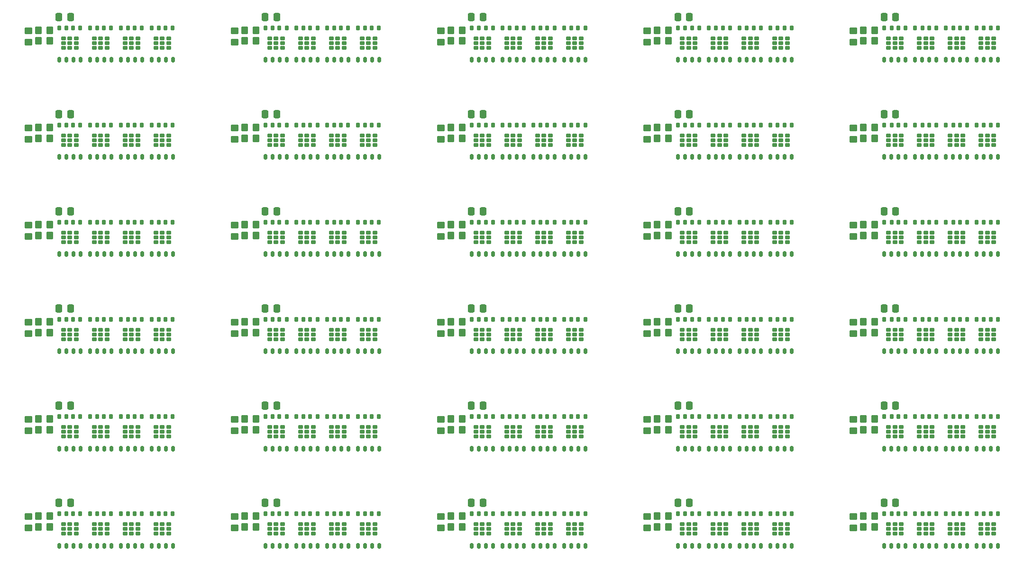
<source format=gbr>
%TF.GenerationSoftware,KiCad,Pcbnew,8.0.1*%
%TF.CreationDate,2024-05-29T13:53:08-05:00*%
%TF.ProjectId,eve PCB Project,65766520-5043-4422-9050-726f6a656374,rev?*%
%TF.SameCoordinates,Original*%
%TF.FileFunction,Paste,Bot*%
%TF.FilePolarity,Positive*%
%FSLAX46Y46*%
G04 Gerber Fmt 4.6, Leading zero omitted, Abs format (unit mm)*
G04 Created by KiCad (PCBNEW 8.0.1) date 2024-05-29 13:53:08*
%MOMM*%
%LPD*%
G01*
G04 APERTURE LIST*
G04 Aperture macros list*
%AMRoundRect*
0 Rectangle with rounded corners*
0 $1 Rounding radius*
0 $2 $3 $4 $5 $6 $7 $8 $9 X,Y pos of 4 corners*
0 Add a 4 corners polygon primitive as box body*
4,1,4,$2,$3,$4,$5,$6,$7,$8,$9,$2,$3,0*
0 Add four circle primitives for the rounded corners*
1,1,$1+$1,$2,$3*
1,1,$1+$1,$4,$5*
1,1,$1+$1,$6,$7*
1,1,$1+$1,$8,$9*
0 Add four rect primitives between the rounded corners*
20,1,$1+$1,$2,$3,$4,$5,0*
20,1,$1+$1,$4,$5,$6,$7,0*
20,1,$1+$1,$6,$7,$8,$9,0*
20,1,$1+$1,$8,$9,$2,$3,0*%
G04 Aperture macros list end*
%ADD10RoundRect,0.250000X0.350000X0.450000X-0.350000X0.450000X-0.350000X-0.450000X0.350000X-0.450000X0*%
%ADD11RoundRect,0.150000X0.300000X-0.150000X0.300000X0.150000X-0.300000X0.150000X-0.300000X-0.150000X0*%
%ADD12RoundRect,0.150000X0.150000X0.300000X-0.150000X0.300000X-0.150000X-0.300000X0.150000X-0.300000X0*%
%ADD13RoundRect,0.150000X0.150000X0.375000X-0.150000X0.375000X-0.150000X-0.375000X0.150000X-0.375000X0*%
%ADD14RoundRect,0.250000X0.450000X-0.350000X0.450000X0.350000X-0.450000X0.350000X-0.450000X-0.350000X0*%
%ADD15RoundRect,0.250000X0.337500X0.475000X-0.337500X0.475000X-0.337500X-0.475000X0.337500X-0.475000X0*%
G04 APERTURE END LIST*
D10*
%TO.C,R2*%
X55520000Y-138030000D03*
X53520000Y-138030000D03*
%TD*%
D11*
%TO.C,Q8*%
X142660000Y-121875000D03*
X143810000Y-121875000D03*
X144960000Y-121875000D03*
X142660000Y-121025000D03*
X143810000Y-121025000D03*
X144960000Y-121025000D03*
X142660000Y-120175000D03*
X143810000Y-120175000D03*
X144960000Y-120175000D03*
D12*
X141930000Y-118325000D03*
X143210000Y-118325000D03*
X144410000Y-118325000D03*
X145690000Y-118325000D03*
D13*
X145720000Y-124045000D03*
X144450000Y-124045000D03*
X143170000Y-124045000D03*
X141900000Y-124045000D03*
%TD*%
D11*
%TO.C,Q7*%
X63480000Y-87155000D03*
X64630000Y-87155000D03*
X65780000Y-87155000D03*
X63480000Y-86305000D03*
X64630000Y-86305000D03*
X65780000Y-86305000D03*
X63480000Y-85455000D03*
X64630000Y-85455000D03*
X65780000Y-85455000D03*
D12*
X62750000Y-83605000D03*
X64030000Y-83605000D03*
X65230000Y-83605000D03*
X66510000Y-83605000D03*
D13*
X66540000Y-89325000D03*
X65270000Y-89325000D03*
X63990000Y-89325000D03*
X62720000Y-89325000D03*
%TD*%
D14*
%TO.C,R1*%
X162240000Y-51410000D03*
X162240000Y-49410000D03*
%TD*%
D10*
%TO.C,R2*%
X92360000Y-138030000D03*
X90360000Y-138030000D03*
%TD*%
D14*
%TO.C,R1*%
X51720000Y-86130000D03*
X51720000Y-84130000D03*
%TD*%
D10*
%TO.C,R3*%
X202880000Y-136130000D03*
X200880000Y-136130000D03*
%TD*%
D11*
%TO.C,Q7*%
X174000000Y-69795000D03*
X175150000Y-69795000D03*
X176300000Y-69795000D03*
X174000000Y-68945000D03*
X175150000Y-68945000D03*
X176300000Y-68945000D03*
X174000000Y-68095000D03*
X175150000Y-68095000D03*
X176300000Y-68095000D03*
D12*
X173270000Y-66245000D03*
X174550000Y-66245000D03*
X175750000Y-66245000D03*
X177030000Y-66245000D03*
D13*
X177060000Y-71965000D03*
X175790000Y-71965000D03*
X174510000Y-71965000D03*
X173240000Y-71965000D03*
%TD*%
D11*
%TO.C,Q6*%
X131660000Y-139235000D03*
X132810000Y-139235000D03*
X133960000Y-139235000D03*
X131660000Y-138385000D03*
X132810000Y-138385000D03*
X133960000Y-138385000D03*
X131660000Y-137535000D03*
X132810000Y-137535000D03*
X133960000Y-137535000D03*
D12*
X130930000Y-135685000D03*
X132210000Y-135685000D03*
X133410000Y-135685000D03*
X134690000Y-135685000D03*
D13*
X134720000Y-141405000D03*
X133450000Y-141405000D03*
X132170000Y-141405000D03*
X130900000Y-141405000D03*
%TD*%
D14*
%TO.C,R1*%
X199080000Y-103490000D03*
X199080000Y-101490000D03*
%TD*%
%TO.C,R1*%
X51720000Y-103490000D03*
X51720000Y-101490000D03*
%TD*%
D11*
%TO.C,Q8*%
X105820000Y-87155000D03*
X106970000Y-87155000D03*
X108120000Y-87155000D03*
X105820000Y-86305000D03*
X106970000Y-86305000D03*
X108120000Y-86305000D03*
X105820000Y-85455000D03*
X106970000Y-85455000D03*
X108120000Y-85455000D03*
D12*
X105090000Y-83605000D03*
X106370000Y-83605000D03*
X107570000Y-83605000D03*
X108850000Y-83605000D03*
D13*
X108880000Y-89325000D03*
X107610000Y-89325000D03*
X106330000Y-89325000D03*
X105060000Y-89325000D03*
%TD*%
D10*
%TO.C,R3*%
X55520000Y-49330000D03*
X53520000Y-49330000D03*
%TD*%
D11*
%TO.C,Q6*%
X94820000Y-52435000D03*
X95970000Y-52435000D03*
X97120000Y-52435000D03*
X94820000Y-51585000D03*
X95970000Y-51585000D03*
X97120000Y-51585000D03*
X94820000Y-50735000D03*
X95970000Y-50735000D03*
X97120000Y-50735000D03*
D12*
X94090000Y-48885000D03*
X95370000Y-48885000D03*
X96570000Y-48885000D03*
X97850000Y-48885000D03*
D13*
X97880000Y-54605000D03*
X96610000Y-54605000D03*
X95330000Y-54605000D03*
X94060000Y-54605000D03*
%TD*%
D10*
%TO.C,R3*%
X166040000Y-118770000D03*
X164040000Y-118770000D03*
%TD*%
D14*
%TO.C,R1*%
X125400000Y-51410000D03*
X125400000Y-49410000D03*
%TD*%
%TO.C,R1*%
X125400000Y-68770000D03*
X125400000Y-66770000D03*
%TD*%
D11*
%TO.C,Q7*%
X100320000Y-69795000D03*
X101470000Y-69795000D03*
X102620000Y-69795000D03*
X100320000Y-68945000D03*
X101470000Y-68945000D03*
X102620000Y-68945000D03*
X100320000Y-68095000D03*
X101470000Y-68095000D03*
X102620000Y-68095000D03*
D12*
X99590000Y-66245000D03*
X100870000Y-66245000D03*
X102070000Y-66245000D03*
X103350000Y-66245000D03*
D13*
X103380000Y-71965000D03*
X102110000Y-71965000D03*
X100830000Y-71965000D03*
X99560000Y-71965000D03*
%TD*%
D14*
%TO.C,R1*%
X162240000Y-86130000D03*
X162240000Y-84130000D03*
%TD*%
D11*
%TO.C,Q5*%
X221840000Y-121875000D03*
X222990000Y-121875000D03*
X224140000Y-121875000D03*
X221840000Y-121025000D03*
X222990000Y-121025000D03*
X224140000Y-121025000D03*
X221840000Y-120175000D03*
X222990000Y-120175000D03*
X224140000Y-120175000D03*
D12*
X221110000Y-118325000D03*
X222390000Y-118325000D03*
X223590000Y-118325000D03*
X224870000Y-118325000D03*
D13*
X224900000Y-124045000D03*
X223630000Y-124045000D03*
X222350000Y-124045000D03*
X221080000Y-124045000D03*
%TD*%
D11*
%TO.C,Q8*%
X216340000Y-69795000D03*
X217490000Y-69795000D03*
X218640000Y-69795000D03*
X216340000Y-68945000D03*
X217490000Y-68945000D03*
X218640000Y-68945000D03*
X216340000Y-68095000D03*
X217490000Y-68095000D03*
X218640000Y-68095000D03*
D12*
X215610000Y-66245000D03*
X216890000Y-66245000D03*
X218090000Y-66245000D03*
X219370000Y-66245000D03*
D13*
X219400000Y-71965000D03*
X218130000Y-71965000D03*
X216850000Y-71965000D03*
X215580000Y-71965000D03*
%TD*%
D11*
%TO.C,Q6*%
X94820000Y-69795000D03*
X95970000Y-69795000D03*
X97120000Y-69795000D03*
X94820000Y-68945000D03*
X95970000Y-68945000D03*
X97120000Y-68945000D03*
X94820000Y-68095000D03*
X95970000Y-68095000D03*
X97120000Y-68095000D03*
D12*
X94090000Y-66245000D03*
X95370000Y-66245000D03*
X96570000Y-66245000D03*
X97850000Y-66245000D03*
D13*
X97880000Y-71965000D03*
X96610000Y-71965000D03*
X95330000Y-71965000D03*
X94060000Y-71965000D03*
%TD*%
D10*
%TO.C,R2*%
X166040000Y-120670000D03*
X164040000Y-120670000D03*
%TD*%
D11*
%TO.C,Q8*%
X216340000Y-121875000D03*
X217490000Y-121875000D03*
X218640000Y-121875000D03*
X216340000Y-121025000D03*
X217490000Y-121025000D03*
X218640000Y-121025000D03*
X216340000Y-120175000D03*
X217490000Y-120175000D03*
X218640000Y-120175000D03*
D12*
X215610000Y-118325000D03*
X216890000Y-118325000D03*
X218090000Y-118325000D03*
X219370000Y-118325000D03*
D13*
X219400000Y-124045000D03*
X218130000Y-124045000D03*
X216850000Y-124045000D03*
X215580000Y-124045000D03*
%TD*%
D11*
%TO.C,Q7*%
X210840000Y-104515000D03*
X211990000Y-104515000D03*
X213140000Y-104515000D03*
X210840000Y-103665000D03*
X211990000Y-103665000D03*
X213140000Y-103665000D03*
X210840000Y-102815000D03*
X211990000Y-102815000D03*
X213140000Y-102815000D03*
D12*
X210110000Y-100965000D03*
X211390000Y-100965000D03*
X212590000Y-100965000D03*
X213870000Y-100965000D03*
D13*
X213900000Y-106685000D03*
X212630000Y-106685000D03*
X211350000Y-106685000D03*
X210080000Y-106685000D03*
%TD*%
D10*
%TO.C,R3*%
X202880000Y-66690000D03*
X200880000Y-66690000D03*
%TD*%
D11*
%TO.C,Q8*%
X179500000Y-87155000D03*
X180650000Y-87155000D03*
X181800000Y-87155000D03*
X179500000Y-86305000D03*
X180650000Y-86305000D03*
X181800000Y-86305000D03*
X179500000Y-85455000D03*
X180650000Y-85455000D03*
X181800000Y-85455000D03*
D12*
X178770000Y-83605000D03*
X180050000Y-83605000D03*
X181250000Y-83605000D03*
X182530000Y-83605000D03*
D13*
X182560000Y-89325000D03*
X181290000Y-89325000D03*
X180010000Y-89325000D03*
X178740000Y-89325000D03*
%TD*%
D10*
%TO.C,R2*%
X202880000Y-51230000D03*
X200880000Y-51230000D03*
%TD*%
%TO.C,R3*%
X166040000Y-84050000D03*
X164040000Y-84050000D03*
%TD*%
D15*
%TO.C,C1*%
X169780000Y-81700000D03*
X167705000Y-81700000D03*
%TD*%
D10*
%TO.C,R2*%
X55520000Y-51230000D03*
X53520000Y-51230000D03*
%TD*%
D11*
%TO.C,Q6*%
X205340000Y-104515000D03*
X206490000Y-104515000D03*
X207640000Y-104515000D03*
X205340000Y-103665000D03*
X206490000Y-103665000D03*
X207640000Y-103665000D03*
X205340000Y-102815000D03*
X206490000Y-102815000D03*
X207640000Y-102815000D03*
D12*
X204610000Y-100965000D03*
X205890000Y-100965000D03*
X207090000Y-100965000D03*
X208370000Y-100965000D03*
D13*
X208400000Y-106685000D03*
X207130000Y-106685000D03*
X205850000Y-106685000D03*
X204580000Y-106685000D03*
%TD*%
D15*
%TO.C,C1*%
X96100000Y-64340000D03*
X94025000Y-64340000D03*
%TD*%
D11*
%TO.C,Q7*%
X100320000Y-121875000D03*
X101470000Y-121875000D03*
X102620000Y-121875000D03*
X100320000Y-121025000D03*
X101470000Y-121025000D03*
X102620000Y-121025000D03*
X100320000Y-120175000D03*
X101470000Y-120175000D03*
X102620000Y-120175000D03*
D12*
X99590000Y-118325000D03*
X100870000Y-118325000D03*
X102070000Y-118325000D03*
X103350000Y-118325000D03*
D13*
X103380000Y-124045000D03*
X102110000Y-124045000D03*
X100830000Y-124045000D03*
X99560000Y-124045000D03*
%TD*%
D10*
%TO.C,R2*%
X92360000Y-85950000D03*
X90360000Y-85950000D03*
%TD*%
D11*
%TO.C,Q6*%
X131660000Y-121875000D03*
X132810000Y-121875000D03*
X133960000Y-121875000D03*
X131660000Y-121025000D03*
X132810000Y-121025000D03*
X133960000Y-121025000D03*
X131660000Y-120175000D03*
X132810000Y-120175000D03*
X133960000Y-120175000D03*
D12*
X130930000Y-118325000D03*
X132210000Y-118325000D03*
X133410000Y-118325000D03*
X134690000Y-118325000D03*
D13*
X134720000Y-124045000D03*
X133450000Y-124045000D03*
X132170000Y-124045000D03*
X130900000Y-124045000D03*
%TD*%
D11*
%TO.C,Q7*%
X137160000Y-121875000D03*
X138310000Y-121875000D03*
X139460000Y-121875000D03*
X137160000Y-121025000D03*
X138310000Y-121025000D03*
X139460000Y-121025000D03*
X137160000Y-120175000D03*
X138310000Y-120175000D03*
X139460000Y-120175000D03*
D12*
X136430000Y-118325000D03*
X137710000Y-118325000D03*
X138910000Y-118325000D03*
X140190000Y-118325000D03*
D13*
X140220000Y-124045000D03*
X138950000Y-124045000D03*
X137670000Y-124045000D03*
X136400000Y-124045000D03*
%TD*%
D10*
%TO.C,R3*%
X92360000Y-101410000D03*
X90360000Y-101410000D03*
%TD*%
D11*
%TO.C,Q5*%
X221840000Y-69795000D03*
X222990000Y-69795000D03*
X224140000Y-69795000D03*
X221840000Y-68945000D03*
X222990000Y-68945000D03*
X224140000Y-68945000D03*
X221840000Y-68095000D03*
X222990000Y-68095000D03*
X224140000Y-68095000D03*
D12*
X221110000Y-66245000D03*
X222390000Y-66245000D03*
X223590000Y-66245000D03*
X224870000Y-66245000D03*
D13*
X224900000Y-71965000D03*
X223630000Y-71965000D03*
X222350000Y-71965000D03*
X221080000Y-71965000D03*
%TD*%
D10*
%TO.C,R2*%
X55520000Y-85950000D03*
X53520000Y-85950000D03*
%TD*%
D15*
%TO.C,C1*%
X132940000Y-46980000D03*
X130865000Y-46980000D03*
%TD*%
D11*
%TO.C,Q8*%
X105820000Y-52435000D03*
X106970000Y-52435000D03*
X108120000Y-52435000D03*
X105820000Y-51585000D03*
X106970000Y-51585000D03*
X108120000Y-51585000D03*
X105820000Y-50735000D03*
X106970000Y-50735000D03*
X108120000Y-50735000D03*
D12*
X105090000Y-48885000D03*
X106370000Y-48885000D03*
X107570000Y-48885000D03*
X108850000Y-48885000D03*
D13*
X108880000Y-54605000D03*
X107610000Y-54605000D03*
X106330000Y-54605000D03*
X105060000Y-54605000D03*
%TD*%
D10*
%TO.C,R2*%
X202880000Y-68590000D03*
X200880000Y-68590000D03*
%TD*%
%TO.C,R3*%
X166040000Y-101410000D03*
X164040000Y-101410000D03*
%TD*%
D11*
%TO.C,Q7*%
X210840000Y-139235000D03*
X211990000Y-139235000D03*
X213140000Y-139235000D03*
X210840000Y-138385000D03*
X211990000Y-138385000D03*
X213140000Y-138385000D03*
X210840000Y-137535000D03*
X211990000Y-137535000D03*
X213140000Y-137535000D03*
D12*
X210110000Y-135685000D03*
X211390000Y-135685000D03*
X212590000Y-135685000D03*
X213870000Y-135685000D03*
D13*
X213900000Y-141405000D03*
X212630000Y-141405000D03*
X211350000Y-141405000D03*
X210080000Y-141405000D03*
%TD*%
D15*
%TO.C,C1*%
X96100000Y-99060000D03*
X94025000Y-99060000D03*
%TD*%
D11*
%TO.C,Q5*%
X111320000Y-104515000D03*
X112470000Y-104515000D03*
X113620000Y-104515000D03*
X111320000Y-103665000D03*
X112470000Y-103665000D03*
X113620000Y-103665000D03*
X111320000Y-102815000D03*
X112470000Y-102815000D03*
X113620000Y-102815000D03*
D12*
X110590000Y-100965000D03*
X111870000Y-100965000D03*
X113070000Y-100965000D03*
X114350000Y-100965000D03*
D13*
X114380000Y-106685000D03*
X113110000Y-106685000D03*
X111830000Y-106685000D03*
X110560000Y-106685000D03*
%TD*%
D10*
%TO.C,R3*%
X202880000Y-118770000D03*
X200880000Y-118770000D03*
%TD*%
D15*
%TO.C,C1*%
X169780000Y-116420000D03*
X167705000Y-116420000D03*
%TD*%
D10*
%TO.C,R3*%
X92360000Y-118770000D03*
X90360000Y-118770000D03*
%TD*%
D11*
%TO.C,Q8*%
X142660000Y-69795000D03*
X143810000Y-69795000D03*
X144960000Y-69795000D03*
X142660000Y-68945000D03*
X143810000Y-68945000D03*
X144960000Y-68945000D03*
X142660000Y-68095000D03*
X143810000Y-68095000D03*
X144960000Y-68095000D03*
D12*
X141930000Y-66245000D03*
X143210000Y-66245000D03*
X144410000Y-66245000D03*
X145690000Y-66245000D03*
D13*
X145720000Y-71965000D03*
X144450000Y-71965000D03*
X143170000Y-71965000D03*
X141900000Y-71965000D03*
%TD*%
D11*
%TO.C,Q6*%
X57980000Y-121875000D03*
X59130000Y-121875000D03*
X60280000Y-121875000D03*
X57980000Y-121025000D03*
X59130000Y-121025000D03*
X60280000Y-121025000D03*
X57980000Y-120175000D03*
X59130000Y-120175000D03*
X60280000Y-120175000D03*
D12*
X57250000Y-118325000D03*
X58530000Y-118325000D03*
X59730000Y-118325000D03*
X61010000Y-118325000D03*
D13*
X61040000Y-124045000D03*
X59770000Y-124045000D03*
X58490000Y-124045000D03*
X57220000Y-124045000D03*
%TD*%
D11*
%TO.C,Q7*%
X174000000Y-87155000D03*
X175150000Y-87155000D03*
X176300000Y-87155000D03*
X174000000Y-86305000D03*
X175150000Y-86305000D03*
X176300000Y-86305000D03*
X174000000Y-85455000D03*
X175150000Y-85455000D03*
X176300000Y-85455000D03*
D12*
X173270000Y-83605000D03*
X174550000Y-83605000D03*
X175750000Y-83605000D03*
X177030000Y-83605000D03*
D13*
X177060000Y-89325000D03*
X175790000Y-89325000D03*
X174510000Y-89325000D03*
X173240000Y-89325000D03*
%TD*%
D11*
%TO.C,Q6*%
X94820000Y-121875000D03*
X95970000Y-121875000D03*
X97120000Y-121875000D03*
X94820000Y-121025000D03*
X95970000Y-121025000D03*
X97120000Y-121025000D03*
X94820000Y-120175000D03*
X95970000Y-120175000D03*
X97120000Y-120175000D03*
D12*
X94090000Y-118325000D03*
X95370000Y-118325000D03*
X96570000Y-118325000D03*
X97850000Y-118325000D03*
D13*
X97880000Y-124045000D03*
X96610000Y-124045000D03*
X95330000Y-124045000D03*
X94060000Y-124045000D03*
%TD*%
D11*
%TO.C,Q5*%
X111320000Y-87155000D03*
X112470000Y-87155000D03*
X113620000Y-87155000D03*
X111320000Y-86305000D03*
X112470000Y-86305000D03*
X113620000Y-86305000D03*
X111320000Y-85455000D03*
X112470000Y-85455000D03*
X113620000Y-85455000D03*
D12*
X110590000Y-83605000D03*
X111870000Y-83605000D03*
X113070000Y-83605000D03*
X114350000Y-83605000D03*
D13*
X114380000Y-89325000D03*
X113110000Y-89325000D03*
X111830000Y-89325000D03*
X110560000Y-89325000D03*
%TD*%
D10*
%TO.C,R3*%
X129200000Y-136130000D03*
X127200000Y-136130000D03*
%TD*%
D11*
%TO.C,Q5*%
X148160000Y-104515000D03*
X149310000Y-104515000D03*
X150460000Y-104515000D03*
X148160000Y-103665000D03*
X149310000Y-103665000D03*
X150460000Y-103665000D03*
X148160000Y-102815000D03*
X149310000Y-102815000D03*
X150460000Y-102815000D03*
D12*
X147430000Y-100965000D03*
X148710000Y-100965000D03*
X149910000Y-100965000D03*
X151190000Y-100965000D03*
D13*
X151220000Y-106685000D03*
X149950000Y-106685000D03*
X148670000Y-106685000D03*
X147400000Y-106685000D03*
%TD*%
D10*
%TO.C,R2*%
X129200000Y-138030000D03*
X127200000Y-138030000D03*
%TD*%
D11*
%TO.C,Q5*%
X74480000Y-52435000D03*
X75630000Y-52435000D03*
X76780000Y-52435000D03*
X74480000Y-51585000D03*
X75630000Y-51585000D03*
X76780000Y-51585000D03*
X74480000Y-50735000D03*
X75630000Y-50735000D03*
X76780000Y-50735000D03*
D12*
X73750000Y-48885000D03*
X75030000Y-48885000D03*
X76230000Y-48885000D03*
X77510000Y-48885000D03*
D13*
X77540000Y-54605000D03*
X76270000Y-54605000D03*
X74990000Y-54605000D03*
X73720000Y-54605000D03*
%TD*%
D11*
%TO.C,Q8*%
X68980000Y-104515000D03*
X70130000Y-104515000D03*
X71280000Y-104515000D03*
X68980000Y-103665000D03*
X70130000Y-103665000D03*
X71280000Y-103665000D03*
X68980000Y-102815000D03*
X70130000Y-102815000D03*
X71280000Y-102815000D03*
D12*
X68250000Y-100965000D03*
X69530000Y-100965000D03*
X70730000Y-100965000D03*
X72010000Y-100965000D03*
D13*
X72040000Y-106685000D03*
X70770000Y-106685000D03*
X69490000Y-106685000D03*
X68220000Y-106685000D03*
%TD*%
D14*
%TO.C,R1*%
X199080000Y-51410000D03*
X199080000Y-49410000D03*
%TD*%
D11*
%TO.C,Q8*%
X179500000Y-104515000D03*
X180650000Y-104515000D03*
X181800000Y-104515000D03*
X179500000Y-103665000D03*
X180650000Y-103665000D03*
X181800000Y-103665000D03*
X179500000Y-102815000D03*
X180650000Y-102815000D03*
X181800000Y-102815000D03*
D12*
X178770000Y-100965000D03*
X180050000Y-100965000D03*
X181250000Y-100965000D03*
X182530000Y-100965000D03*
D13*
X182560000Y-106685000D03*
X181290000Y-106685000D03*
X180010000Y-106685000D03*
X178740000Y-106685000D03*
%TD*%
D11*
%TO.C,Q8*%
X216340000Y-52435000D03*
X217490000Y-52435000D03*
X218640000Y-52435000D03*
X216340000Y-51585000D03*
X217490000Y-51585000D03*
X218640000Y-51585000D03*
X216340000Y-50735000D03*
X217490000Y-50735000D03*
X218640000Y-50735000D03*
D12*
X215610000Y-48885000D03*
X216890000Y-48885000D03*
X218090000Y-48885000D03*
X219370000Y-48885000D03*
D13*
X219400000Y-54605000D03*
X218130000Y-54605000D03*
X216850000Y-54605000D03*
X215580000Y-54605000D03*
%TD*%
D11*
%TO.C,Q5*%
X111320000Y-52435000D03*
X112470000Y-52435000D03*
X113620000Y-52435000D03*
X111320000Y-51585000D03*
X112470000Y-51585000D03*
X113620000Y-51585000D03*
X111320000Y-50735000D03*
X112470000Y-50735000D03*
X113620000Y-50735000D03*
D12*
X110590000Y-48885000D03*
X111870000Y-48885000D03*
X113070000Y-48885000D03*
X114350000Y-48885000D03*
D13*
X114380000Y-54605000D03*
X113110000Y-54605000D03*
X111830000Y-54605000D03*
X110560000Y-54605000D03*
%TD*%
D11*
%TO.C,Q8*%
X179500000Y-139235000D03*
X180650000Y-139235000D03*
X181800000Y-139235000D03*
X179500000Y-138385000D03*
X180650000Y-138385000D03*
X181800000Y-138385000D03*
X179500000Y-137535000D03*
X180650000Y-137535000D03*
X181800000Y-137535000D03*
D12*
X178770000Y-135685000D03*
X180050000Y-135685000D03*
X181250000Y-135685000D03*
X182530000Y-135685000D03*
D13*
X182560000Y-141405000D03*
X181290000Y-141405000D03*
X180010000Y-141405000D03*
X178740000Y-141405000D03*
%TD*%
D15*
%TO.C,C1*%
X59260000Y-116420000D03*
X57185000Y-116420000D03*
%TD*%
D11*
%TO.C,Q5*%
X221840000Y-104515000D03*
X222990000Y-104515000D03*
X224140000Y-104515000D03*
X221840000Y-103665000D03*
X222990000Y-103665000D03*
X224140000Y-103665000D03*
X221840000Y-102815000D03*
X222990000Y-102815000D03*
X224140000Y-102815000D03*
D12*
X221110000Y-100965000D03*
X222390000Y-100965000D03*
X223590000Y-100965000D03*
X224870000Y-100965000D03*
D13*
X224900000Y-106685000D03*
X223630000Y-106685000D03*
X222350000Y-106685000D03*
X221080000Y-106685000D03*
%TD*%
D14*
%TO.C,R1*%
X88560000Y-138210000D03*
X88560000Y-136210000D03*
%TD*%
D11*
%TO.C,Q7*%
X174000000Y-52435000D03*
X175150000Y-52435000D03*
X176300000Y-52435000D03*
X174000000Y-51585000D03*
X175150000Y-51585000D03*
X176300000Y-51585000D03*
X174000000Y-50735000D03*
X175150000Y-50735000D03*
X176300000Y-50735000D03*
D12*
X173270000Y-48885000D03*
X174550000Y-48885000D03*
X175750000Y-48885000D03*
X177030000Y-48885000D03*
D13*
X177060000Y-54605000D03*
X175790000Y-54605000D03*
X174510000Y-54605000D03*
X173240000Y-54605000D03*
%TD*%
D11*
%TO.C,Q7*%
X174000000Y-104515000D03*
X175150000Y-104515000D03*
X176300000Y-104515000D03*
X174000000Y-103665000D03*
X175150000Y-103665000D03*
X176300000Y-103665000D03*
X174000000Y-102815000D03*
X175150000Y-102815000D03*
X176300000Y-102815000D03*
D12*
X173270000Y-100965000D03*
X174550000Y-100965000D03*
X175750000Y-100965000D03*
X177030000Y-100965000D03*
D13*
X177060000Y-106685000D03*
X175790000Y-106685000D03*
X174510000Y-106685000D03*
X173240000Y-106685000D03*
%TD*%
D14*
%TO.C,R1*%
X162240000Y-68770000D03*
X162240000Y-66770000D03*
%TD*%
D11*
%TO.C,Q6*%
X205340000Y-87155000D03*
X206490000Y-87155000D03*
X207640000Y-87155000D03*
X205340000Y-86305000D03*
X206490000Y-86305000D03*
X207640000Y-86305000D03*
X205340000Y-85455000D03*
X206490000Y-85455000D03*
X207640000Y-85455000D03*
D12*
X204610000Y-83605000D03*
X205890000Y-83605000D03*
X207090000Y-83605000D03*
X208370000Y-83605000D03*
D13*
X208400000Y-89325000D03*
X207130000Y-89325000D03*
X205850000Y-89325000D03*
X204580000Y-89325000D03*
%TD*%
D11*
%TO.C,Q7*%
X137160000Y-69795000D03*
X138310000Y-69795000D03*
X139460000Y-69795000D03*
X137160000Y-68945000D03*
X138310000Y-68945000D03*
X139460000Y-68945000D03*
X137160000Y-68095000D03*
X138310000Y-68095000D03*
X139460000Y-68095000D03*
D12*
X136430000Y-66245000D03*
X137710000Y-66245000D03*
X138910000Y-66245000D03*
X140190000Y-66245000D03*
D13*
X140220000Y-71965000D03*
X138950000Y-71965000D03*
X137670000Y-71965000D03*
X136400000Y-71965000D03*
%TD*%
D11*
%TO.C,Q5*%
X111320000Y-121875000D03*
X112470000Y-121875000D03*
X113620000Y-121875000D03*
X111320000Y-121025000D03*
X112470000Y-121025000D03*
X113620000Y-121025000D03*
X111320000Y-120175000D03*
X112470000Y-120175000D03*
X113620000Y-120175000D03*
D12*
X110590000Y-118325000D03*
X111870000Y-118325000D03*
X113070000Y-118325000D03*
X114350000Y-118325000D03*
D13*
X114380000Y-124045000D03*
X113110000Y-124045000D03*
X111830000Y-124045000D03*
X110560000Y-124045000D03*
%TD*%
D11*
%TO.C,Q5*%
X74480000Y-104515000D03*
X75630000Y-104515000D03*
X76780000Y-104515000D03*
X74480000Y-103665000D03*
X75630000Y-103665000D03*
X76780000Y-103665000D03*
X74480000Y-102815000D03*
X75630000Y-102815000D03*
X76780000Y-102815000D03*
D12*
X73750000Y-100965000D03*
X75030000Y-100965000D03*
X76230000Y-100965000D03*
X77510000Y-100965000D03*
D13*
X77540000Y-106685000D03*
X76270000Y-106685000D03*
X74990000Y-106685000D03*
X73720000Y-106685000D03*
%TD*%
D14*
%TO.C,R1*%
X199080000Y-68770000D03*
X199080000Y-66770000D03*
%TD*%
%TO.C,R1*%
X162240000Y-120850000D03*
X162240000Y-118850000D03*
%TD*%
D11*
%TO.C,Q8*%
X68980000Y-139235000D03*
X70130000Y-139235000D03*
X71280000Y-139235000D03*
X68980000Y-138385000D03*
X70130000Y-138385000D03*
X71280000Y-138385000D03*
X68980000Y-137535000D03*
X70130000Y-137535000D03*
X71280000Y-137535000D03*
D12*
X68250000Y-135685000D03*
X69530000Y-135685000D03*
X70730000Y-135685000D03*
X72010000Y-135685000D03*
D13*
X72040000Y-141405000D03*
X70770000Y-141405000D03*
X69490000Y-141405000D03*
X68220000Y-141405000D03*
%TD*%
D14*
%TO.C,R1*%
X162240000Y-138210000D03*
X162240000Y-136210000D03*
%TD*%
D11*
%TO.C,Q5*%
X221840000Y-52435000D03*
X222990000Y-52435000D03*
X224140000Y-52435000D03*
X221840000Y-51585000D03*
X222990000Y-51585000D03*
X224140000Y-51585000D03*
X221840000Y-50735000D03*
X222990000Y-50735000D03*
X224140000Y-50735000D03*
D12*
X221110000Y-48885000D03*
X222390000Y-48885000D03*
X223590000Y-48885000D03*
X224870000Y-48885000D03*
D13*
X224900000Y-54605000D03*
X223630000Y-54605000D03*
X222350000Y-54605000D03*
X221080000Y-54605000D03*
%TD*%
D14*
%TO.C,R1*%
X125400000Y-103490000D03*
X125400000Y-101490000D03*
%TD*%
D11*
%TO.C,Q6*%
X94820000Y-139235000D03*
X95970000Y-139235000D03*
X97120000Y-139235000D03*
X94820000Y-138385000D03*
X95970000Y-138385000D03*
X97120000Y-138385000D03*
X94820000Y-137535000D03*
X95970000Y-137535000D03*
X97120000Y-137535000D03*
D12*
X94090000Y-135685000D03*
X95370000Y-135685000D03*
X96570000Y-135685000D03*
X97850000Y-135685000D03*
D13*
X97880000Y-141405000D03*
X96610000Y-141405000D03*
X95330000Y-141405000D03*
X94060000Y-141405000D03*
%TD*%
D14*
%TO.C,R1*%
X88560000Y-120850000D03*
X88560000Y-118850000D03*
%TD*%
D11*
%TO.C,Q7*%
X174000000Y-121875000D03*
X175150000Y-121875000D03*
X176300000Y-121875000D03*
X174000000Y-121025000D03*
X175150000Y-121025000D03*
X176300000Y-121025000D03*
X174000000Y-120175000D03*
X175150000Y-120175000D03*
X176300000Y-120175000D03*
D12*
X173270000Y-118325000D03*
X174550000Y-118325000D03*
X175750000Y-118325000D03*
X177030000Y-118325000D03*
D13*
X177060000Y-124045000D03*
X175790000Y-124045000D03*
X174510000Y-124045000D03*
X173240000Y-124045000D03*
%TD*%
D14*
%TO.C,R1*%
X199080000Y-138210000D03*
X199080000Y-136210000D03*
%TD*%
%TO.C,R1*%
X199080000Y-120850000D03*
X199080000Y-118850000D03*
%TD*%
D10*
%TO.C,R2*%
X202880000Y-138030000D03*
X200880000Y-138030000D03*
%TD*%
D14*
%TO.C,R1*%
X51720000Y-120850000D03*
X51720000Y-118850000D03*
%TD*%
D11*
%TO.C,Q6*%
X94820000Y-87155000D03*
X95970000Y-87155000D03*
X97120000Y-87155000D03*
X94820000Y-86305000D03*
X95970000Y-86305000D03*
X97120000Y-86305000D03*
X94820000Y-85455000D03*
X95970000Y-85455000D03*
X97120000Y-85455000D03*
D12*
X94090000Y-83605000D03*
X95370000Y-83605000D03*
X96570000Y-83605000D03*
X97850000Y-83605000D03*
D13*
X97880000Y-89325000D03*
X96610000Y-89325000D03*
X95330000Y-89325000D03*
X94060000Y-89325000D03*
%TD*%
D14*
%TO.C,R1*%
X125400000Y-86130000D03*
X125400000Y-84130000D03*
%TD*%
D11*
%TO.C,Q6*%
X205340000Y-139235000D03*
X206490000Y-139235000D03*
X207640000Y-139235000D03*
X205340000Y-138385000D03*
X206490000Y-138385000D03*
X207640000Y-138385000D03*
X205340000Y-137535000D03*
X206490000Y-137535000D03*
X207640000Y-137535000D03*
D12*
X204610000Y-135685000D03*
X205890000Y-135685000D03*
X207090000Y-135685000D03*
X208370000Y-135685000D03*
D13*
X208400000Y-141405000D03*
X207130000Y-141405000D03*
X205850000Y-141405000D03*
X204580000Y-141405000D03*
%TD*%
D11*
%TO.C,Q5*%
X111320000Y-139235000D03*
X112470000Y-139235000D03*
X113620000Y-139235000D03*
X111320000Y-138385000D03*
X112470000Y-138385000D03*
X113620000Y-138385000D03*
X111320000Y-137535000D03*
X112470000Y-137535000D03*
X113620000Y-137535000D03*
D12*
X110590000Y-135685000D03*
X111870000Y-135685000D03*
X113070000Y-135685000D03*
X114350000Y-135685000D03*
D13*
X114380000Y-141405000D03*
X113110000Y-141405000D03*
X111830000Y-141405000D03*
X110560000Y-141405000D03*
%TD*%
D11*
%TO.C,Q7*%
X137160000Y-87155000D03*
X138310000Y-87155000D03*
X139460000Y-87155000D03*
X137160000Y-86305000D03*
X138310000Y-86305000D03*
X139460000Y-86305000D03*
X137160000Y-85455000D03*
X138310000Y-85455000D03*
X139460000Y-85455000D03*
D12*
X136430000Y-83605000D03*
X137710000Y-83605000D03*
X138910000Y-83605000D03*
X140190000Y-83605000D03*
D13*
X140220000Y-89325000D03*
X138950000Y-89325000D03*
X137670000Y-89325000D03*
X136400000Y-89325000D03*
%TD*%
D11*
%TO.C,Q7*%
X210840000Y-87155000D03*
X211990000Y-87155000D03*
X213140000Y-87155000D03*
X210840000Y-86305000D03*
X211990000Y-86305000D03*
X213140000Y-86305000D03*
X210840000Y-85455000D03*
X211990000Y-85455000D03*
X213140000Y-85455000D03*
D12*
X210110000Y-83605000D03*
X211390000Y-83605000D03*
X212590000Y-83605000D03*
X213870000Y-83605000D03*
D13*
X213900000Y-89325000D03*
X212630000Y-89325000D03*
X211350000Y-89325000D03*
X210080000Y-89325000D03*
%TD*%
D15*
%TO.C,C1*%
X96100000Y-116420000D03*
X94025000Y-116420000D03*
%TD*%
%TO.C,C1*%
X206620000Y-133780000D03*
X204545000Y-133780000D03*
%TD*%
%TO.C,C1*%
X169780000Y-46980000D03*
X167705000Y-46980000D03*
%TD*%
D11*
%TO.C,Q8*%
X105820000Y-139235000D03*
X106970000Y-139235000D03*
X108120000Y-139235000D03*
X105820000Y-138385000D03*
X106970000Y-138385000D03*
X108120000Y-138385000D03*
X105820000Y-137535000D03*
X106970000Y-137535000D03*
X108120000Y-137535000D03*
D12*
X105090000Y-135685000D03*
X106370000Y-135685000D03*
X107570000Y-135685000D03*
X108850000Y-135685000D03*
D13*
X108880000Y-141405000D03*
X107610000Y-141405000D03*
X106330000Y-141405000D03*
X105060000Y-141405000D03*
%TD*%
D11*
%TO.C,Q5*%
X185000000Y-87155000D03*
X186150000Y-87155000D03*
X187300000Y-87155000D03*
X185000000Y-86305000D03*
X186150000Y-86305000D03*
X187300000Y-86305000D03*
X185000000Y-85455000D03*
X186150000Y-85455000D03*
X187300000Y-85455000D03*
D12*
X184270000Y-83605000D03*
X185550000Y-83605000D03*
X186750000Y-83605000D03*
X188030000Y-83605000D03*
D13*
X188060000Y-89325000D03*
X186790000Y-89325000D03*
X185510000Y-89325000D03*
X184240000Y-89325000D03*
%TD*%
D15*
%TO.C,C1*%
X206620000Y-116420000D03*
X204545000Y-116420000D03*
%TD*%
D11*
%TO.C,Q7*%
X174000000Y-139235000D03*
X175150000Y-139235000D03*
X176300000Y-139235000D03*
X174000000Y-138385000D03*
X175150000Y-138385000D03*
X176300000Y-138385000D03*
X174000000Y-137535000D03*
X175150000Y-137535000D03*
X176300000Y-137535000D03*
D12*
X173270000Y-135685000D03*
X174550000Y-135685000D03*
X175750000Y-135685000D03*
X177030000Y-135685000D03*
D13*
X177060000Y-141405000D03*
X175790000Y-141405000D03*
X174510000Y-141405000D03*
X173240000Y-141405000D03*
%TD*%
D14*
%TO.C,R1*%
X88560000Y-68770000D03*
X88560000Y-66770000D03*
%TD*%
D11*
%TO.C,Q5*%
X185000000Y-121875000D03*
X186150000Y-121875000D03*
X187300000Y-121875000D03*
X185000000Y-121025000D03*
X186150000Y-121025000D03*
X187300000Y-121025000D03*
X185000000Y-120175000D03*
X186150000Y-120175000D03*
X187300000Y-120175000D03*
D12*
X184270000Y-118325000D03*
X185550000Y-118325000D03*
X186750000Y-118325000D03*
X188030000Y-118325000D03*
D13*
X188060000Y-124045000D03*
X186790000Y-124045000D03*
X185510000Y-124045000D03*
X184240000Y-124045000D03*
%TD*%
D11*
%TO.C,Q6*%
X168500000Y-121875000D03*
X169650000Y-121875000D03*
X170800000Y-121875000D03*
X168500000Y-121025000D03*
X169650000Y-121025000D03*
X170800000Y-121025000D03*
X168500000Y-120175000D03*
X169650000Y-120175000D03*
X170800000Y-120175000D03*
D12*
X167770000Y-118325000D03*
X169050000Y-118325000D03*
X170250000Y-118325000D03*
X171530000Y-118325000D03*
D13*
X171560000Y-124045000D03*
X170290000Y-124045000D03*
X169010000Y-124045000D03*
X167740000Y-124045000D03*
%TD*%
D10*
%TO.C,R2*%
X55520000Y-120670000D03*
X53520000Y-120670000D03*
%TD*%
D11*
%TO.C,Q7*%
X63480000Y-139235000D03*
X64630000Y-139235000D03*
X65780000Y-139235000D03*
X63480000Y-138385000D03*
X64630000Y-138385000D03*
X65780000Y-138385000D03*
X63480000Y-137535000D03*
X64630000Y-137535000D03*
X65780000Y-137535000D03*
D12*
X62750000Y-135685000D03*
X64030000Y-135685000D03*
X65230000Y-135685000D03*
X66510000Y-135685000D03*
D13*
X66540000Y-141405000D03*
X65270000Y-141405000D03*
X63990000Y-141405000D03*
X62720000Y-141405000D03*
%TD*%
D10*
%TO.C,R3*%
X92360000Y-84050000D03*
X90360000Y-84050000D03*
%TD*%
D15*
%TO.C,C1*%
X169780000Y-133780000D03*
X167705000Y-133780000D03*
%TD*%
D11*
%TO.C,Q8*%
X142660000Y-52435000D03*
X143810000Y-52435000D03*
X144960000Y-52435000D03*
X142660000Y-51585000D03*
X143810000Y-51585000D03*
X144960000Y-51585000D03*
X142660000Y-50735000D03*
X143810000Y-50735000D03*
X144960000Y-50735000D03*
D12*
X141930000Y-48885000D03*
X143210000Y-48885000D03*
X144410000Y-48885000D03*
X145690000Y-48885000D03*
D13*
X145720000Y-54605000D03*
X144450000Y-54605000D03*
X143170000Y-54605000D03*
X141900000Y-54605000D03*
%TD*%
D11*
%TO.C,Q8*%
X142660000Y-104515000D03*
X143810000Y-104515000D03*
X144960000Y-104515000D03*
X142660000Y-103665000D03*
X143810000Y-103665000D03*
X144960000Y-103665000D03*
X142660000Y-102815000D03*
X143810000Y-102815000D03*
X144960000Y-102815000D03*
D12*
X141930000Y-100965000D03*
X143210000Y-100965000D03*
X144410000Y-100965000D03*
X145690000Y-100965000D03*
D13*
X145720000Y-106685000D03*
X144450000Y-106685000D03*
X143170000Y-106685000D03*
X141900000Y-106685000D03*
%TD*%
D15*
%TO.C,C1*%
X59260000Y-64340000D03*
X57185000Y-64340000D03*
%TD*%
D10*
%TO.C,R3*%
X129200000Y-49330000D03*
X127200000Y-49330000D03*
%TD*%
D11*
%TO.C,Q6*%
X131660000Y-69795000D03*
X132810000Y-69795000D03*
X133960000Y-69795000D03*
X131660000Y-68945000D03*
X132810000Y-68945000D03*
X133960000Y-68945000D03*
X131660000Y-68095000D03*
X132810000Y-68095000D03*
X133960000Y-68095000D03*
D12*
X130930000Y-66245000D03*
X132210000Y-66245000D03*
X133410000Y-66245000D03*
X134690000Y-66245000D03*
D13*
X134720000Y-71965000D03*
X133450000Y-71965000D03*
X132170000Y-71965000D03*
X130900000Y-71965000D03*
%TD*%
D11*
%TO.C,Q6*%
X94820000Y-104515000D03*
X95970000Y-104515000D03*
X97120000Y-104515000D03*
X94820000Y-103665000D03*
X95970000Y-103665000D03*
X97120000Y-103665000D03*
X94820000Y-102815000D03*
X95970000Y-102815000D03*
X97120000Y-102815000D03*
D12*
X94090000Y-100965000D03*
X95370000Y-100965000D03*
X96570000Y-100965000D03*
X97850000Y-100965000D03*
D13*
X97880000Y-106685000D03*
X96610000Y-106685000D03*
X95330000Y-106685000D03*
X94060000Y-106685000D03*
%TD*%
D11*
%TO.C,Q8*%
X68980000Y-121875000D03*
X70130000Y-121875000D03*
X71280000Y-121875000D03*
X68980000Y-121025000D03*
X70130000Y-121025000D03*
X71280000Y-121025000D03*
X68980000Y-120175000D03*
X70130000Y-120175000D03*
X71280000Y-120175000D03*
D12*
X68250000Y-118325000D03*
X69530000Y-118325000D03*
X70730000Y-118325000D03*
X72010000Y-118325000D03*
D13*
X72040000Y-124045000D03*
X70770000Y-124045000D03*
X69490000Y-124045000D03*
X68220000Y-124045000D03*
%TD*%
D11*
%TO.C,Q5*%
X148160000Y-121875000D03*
X149310000Y-121875000D03*
X150460000Y-121875000D03*
X148160000Y-121025000D03*
X149310000Y-121025000D03*
X150460000Y-121025000D03*
X148160000Y-120175000D03*
X149310000Y-120175000D03*
X150460000Y-120175000D03*
D12*
X147430000Y-118325000D03*
X148710000Y-118325000D03*
X149910000Y-118325000D03*
X151190000Y-118325000D03*
D13*
X151220000Y-124045000D03*
X149950000Y-124045000D03*
X148670000Y-124045000D03*
X147400000Y-124045000D03*
%TD*%
D11*
%TO.C,Q8*%
X179500000Y-69795000D03*
X180650000Y-69795000D03*
X181800000Y-69795000D03*
X179500000Y-68945000D03*
X180650000Y-68945000D03*
X181800000Y-68945000D03*
X179500000Y-68095000D03*
X180650000Y-68095000D03*
X181800000Y-68095000D03*
D12*
X178770000Y-66245000D03*
X180050000Y-66245000D03*
X181250000Y-66245000D03*
X182530000Y-66245000D03*
D13*
X182560000Y-71965000D03*
X181290000Y-71965000D03*
X180010000Y-71965000D03*
X178740000Y-71965000D03*
%TD*%
D10*
%TO.C,R2*%
X55520000Y-68590000D03*
X53520000Y-68590000D03*
%TD*%
D11*
%TO.C,Q5*%
X221840000Y-87155000D03*
X222990000Y-87155000D03*
X224140000Y-87155000D03*
X221840000Y-86305000D03*
X222990000Y-86305000D03*
X224140000Y-86305000D03*
X221840000Y-85455000D03*
X222990000Y-85455000D03*
X224140000Y-85455000D03*
D12*
X221110000Y-83605000D03*
X222390000Y-83605000D03*
X223590000Y-83605000D03*
X224870000Y-83605000D03*
D13*
X224900000Y-89325000D03*
X223630000Y-89325000D03*
X222350000Y-89325000D03*
X221080000Y-89325000D03*
%TD*%
D11*
%TO.C,Q7*%
X100320000Y-52435000D03*
X101470000Y-52435000D03*
X102620000Y-52435000D03*
X100320000Y-51585000D03*
X101470000Y-51585000D03*
X102620000Y-51585000D03*
X100320000Y-50735000D03*
X101470000Y-50735000D03*
X102620000Y-50735000D03*
D12*
X99590000Y-48885000D03*
X100870000Y-48885000D03*
X102070000Y-48885000D03*
X103350000Y-48885000D03*
D13*
X103380000Y-54605000D03*
X102110000Y-54605000D03*
X100830000Y-54605000D03*
X99560000Y-54605000D03*
%TD*%
D15*
%TO.C,C1*%
X132940000Y-64340000D03*
X130865000Y-64340000D03*
%TD*%
D11*
%TO.C,Q6*%
X131660000Y-104515000D03*
X132810000Y-104515000D03*
X133960000Y-104515000D03*
X131660000Y-103665000D03*
X132810000Y-103665000D03*
X133960000Y-103665000D03*
X131660000Y-102815000D03*
X132810000Y-102815000D03*
X133960000Y-102815000D03*
D12*
X130930000Y-100965000D03*
X132210000Y-100965000D03*
X133410000Y-100965000D03*
X134690000Y-100965000D03*
D13*
X134720000Y-106685000D03*
X133450000Y-106685000D03*
X132170000Y-106685000D03*
X130900000Y-106685000D03*
%TD*%
D10*
%TO.C,R3*%
X55520000Y-66690000D03*
X53520000Y-66690000D03*
%TD*%
D11*
%TO.C,Q6*%
X57980000Y-52435000D03*
X59130000Y-52435000D03*
X60280000Y-52435000D03*
X57980000Y-51585000D03*
X59130000Y-51585000D03*
X60280000Y-51585000D03*
X57980000Y-50735000D03*
X59130000Y-50735000D03*
X60280000Y-50735000D03*
D12*
X57250000Y-48885000D03*
X58530000Y-48885000D03*
X59730000Y-48885000D03*
X61010000Y-48885000D03*
D13*
X61040000Y-54605000D03*
X59770000Y-54605000D03*
X58490000Y-54605000D03*
X57220000Y-54605000D03*
%TD*%
D15*
%TO.C,C1*%
X59260000Y-99060000D03*
X57185000Y-99060000D03*
%TD*%
D11*
%TO.C,Q6*%
X57980000Y-69795000D03*
X59130000Y-69795000D03*
X60280000Y-69795000D03*
X57980000Y-68945000D03*
X59130000Y-68945000D03*
X60280000Y-68945000D03*
X57980000Y-68095000D03*
X59130000Y-68095000D03*
X60280000Y-68095000D03*
D12*
X57250000Y-66245000D03*
X58530000Y-66245000D03*
X59730000Y-66245000D03*
X61010000Y-66245000D03*
D13*
X61040000Y-71965000D03*
X59770000Y-71965000D03*
X58490000Y-71965000D03*
X57220000Y-71965000D03*
%TD*%
D11*
%TO.C,Q6*%
X168500000Y-52435000D03*
X169650000Y-52435000D03*
X170800000Y-52435000D03*
X168500000Y-51585000D03*
X169650000Y-51585000D03*
X170800000Y-51585000D03*
X168500000Y-50735000D03*
X169650000Y-50735000D03*
X170800000Y-50735000D03*
D12*
X167770000Y-48885000D03*
X169050000Y-48885000D03*
X170250000Y-48885000D03*
X171530000Y-48885000D03*
D13*
X171560000Y-54605000D03*
X170290000Y-54605000D03*
X169010000Y-54605000D03*
X167740000Y-54605000D03*
%TD*%
D11*
%TO.C,Q5*%
X148160000Y-87155000D03*
X149310000Y-87155000D03*
X150460000Y-87155000D03*
X148160000Y-86305000D03*
X149310000Y-86305000D03*
X150460000Y-86305000D03*
X148160000Y-85455000D03*
X149310000Y-85455000D03*
X150460000Y-85455000D03*
D12*
X147430000Y-83605000D03*
X148710000Y-83605000D03*
X149910000Y-83605000D03*
X151190000Y-83605000D03*
D13*
X151220000Y-89325000D03*
X149950000Y-89325000D03*
X148670000Y-89325000D03*
X147400000Y-89325000D03*
%TD*%
D11*
%TO.C,Q8*%
X105820000Y-69795000D03*
X106970000Y-69795000D03*
X108120000Y-69795000D03*
X105820000Y-68945000D03*
X106970000Y-68945000D03*
X108120000Y-68945000D03*
X105820000Y-68095000D03*
X106970000Y-68095000D03*
X108120000Y-68095000D03*
D12*
X105090000Y-66245000D03*
X106370000Y-66245000D03*
X107570000Y-66245000D03*
X108850000Y-66245000D03*
D13*
X108880000Y-71965000D03*
X107610000Y-71965000D03*
X106330000Y-71965000D03*
X105060000Y-71965000D03*
%TD*%
D11*
%TO.C,Q5*%
X74480000Y-69795000D03*
X75630000Y-69795000D03*
X76780000Y-69795000D03*
X74480000Y-68945000D03*
X75630000Y-68945000D03*
X76780000Y-68945000D03*
X74480000Y-68095000D03*
X75630000Y-68095000D03*
X76780000Y-68095000D03*
D12*
X73750000Y-66245000D03*
X75030000Y-66245000D03*
X76230000Y-66245000D03*
X77510000Y-66245000D03*
D13*
X77540000Y-71965000D03*
X76270000Y-71965000D03*
X74990000Y-71965000D03*
X73720000Y-71965000D03*
%TD*%
D11*
%TO.C,Q8*%
X68980000Y-87155000D03*
X70130000Y-87155000D03*
X71280000Y-87155000D03*
X68980000Y-86305000D03*
X70130000Y-86305000D03*
X71280000Y-86305000D03*
X68980000Y-85455000D03*
X70130000Y-85455000D03*
X71280000Y-85455000D03*
D12*
X68250000Y-83605000D03*
X69530000Y-83605000D03*
X70730000Y-83605000D03*
X72010000Y-83605000D03*
D13*
X72040000Y-89325000D03*
X70770000Y-89325000D03*
X69490000Y-89325000D03*
X68220000Y-89325000D03*
%TD*%
D11*
%TO.C,Q8*%
X105820000Y-104515000D03*
X106970000Y-104515000D03*
X108120000Y-104515000D03*
X105820000Y-103665000D03*
X106970000Y-103665000D03*
X108120000Y-103665000D03*
X105820000Y-102815000D03*
X106970000Y-102815000D03*
X108120000Y-102815000D03*
D12*
X105090000Y-100965000D03*
X106370000Y-100965000D03*
X107570000Y-100965000D03*
X108850000Y-100965000D03*
D13*
X108880000Y-106685000D03*
X107610000Y-106685000D03*
X106330000Y-106685000D03*
X105060000Y-106685000D03*
%TD*%
D10*
%TO.C,R3*%
X92360000Y-136130000D03*
X90360000Y-136130000D03*
%TD*%
D11*
%TO.C,Q5*%
X74480000Y-121875000D03*
X75630000Y-121875000D03*
X76780000Y-121875000D03*
X74480000Y-121025000D03*
X75630000Y-121025000D03*
X76780000Y-121025000D03*
X74480000Y-120175000D03*
X75630000Y-120175000D03*
X76780000Y-120175000D03*
D12*
X73750000Y-118325000D03*
X75030000Y-118325000D03*
X76230000Y-118325000D03*
X77510000Y-118325000D03*
D13*
X77540000Y-124045000D03*
X76270000Y-124045000D03*
X74990000Y-124045000D03*
X73720000Y-124045000D03*
%TD*%
D11*
%TO.C,Q8*%
X216340000Y-87155000D03*
X217490000Y-87155000D03*
X218640000Y-87155000D03*
X216340000Y-86305000D03*
X217490000Y-86305000D03*
X218640000Y-86305000D03*
X216340000Y-85455000D03*
X217490000Y-85455000D03*
X218640000Y-85455000D03*
D12*
X215610000Y-83605000D03*
X216890000Y-83605000D03*
X218090000Y-83605000D03*
X219370000Y-83605000D03*
D13*
X219400000Y-89325000D03*
X218130000Y-89325000D03*
X216850000Y-89325000D03*
X215580000Y-89325000D03*
%TD*%
D11*
%TO.C,Q7*%
X210840000Y-52435000D03*
X211990000Y-52435000D03*
X213140000Y-52435000D03*
X210840000Y-51585000D03*
X211990000Y-51585000D03*
X213140000Y-51585000D03*
X210840000Y-50735000D03*
X211990000Y-50735000D03*
X213140000Y-50735000D03*
D12*
X210110000Y-48885000D03*
X211390000Y-48885000D03*
X212590000Y-48885000D03*
X213870000Y-48885000D03*
D13*
X213900000Y-54605000D03*
X212630000Y-54605000D03*
X211350000Y-54605000D03*
X210080000Y-54605000D03*
%TD*%
D15*
%TO.C,C1*%
X169780000Y-99060000D03*
X167705000Y-99060000D03*
%TD*%
D10*
%TO.C,R2*%
X129200000Y-85950000D03*
X127200000Y-85950000D03*
%TD*%
D11*
%TO.C,Q5*%
X148160000Y-139235000D03*
X149310000Y-139235000D03*
X150460000Y-139235000D03*
X148160000Y-138385000D03*
X149310000Y-138385000D03*
X150460000Y-138385000D03*
X148160000Y-137535000D03*
X149310000Y-137535000D03*
X150460000Y-137535000D03*
D12*
X147430000Y-135685000D03*
X148710000Y-135685000D03*
X149910000Y-135685000D03*
X151190000Y-135685000D03*
D13*
X151220000Y-141405000D03*
X149950000Y-141405000D03*
X148670000Y-141405000D03*
X147400000Y-141405000D03*
%TD*%
D14*
%TO.C,R1*%
X162240000Y-103490000D03*
X162240000Y-101490000D03*
%TD*%
D10*
%TO.C,R2*%
X202880000Y-85950000D03*
X200880000Y-85950000D03*
%TD*%
D11*
%TO.C,Q8*%
X179500000Y-52435000D03*
X180650000Y-52435000D03*
X181800000Y-52435000D03*
X179500000Y-51585000D03*
X180650000Y-51585000D03*
X181800000Y-51585000D03*
X179500000Y-50735000D03*
X180650000Y-50735000D03*
X181800000Y-50735000D03*
D12*
X178770000Y-48885000D03*
X180050000Y-48885000D03*
X181250000Y-48885000D03*
X182530000Y-48885000D03*
D13*
X182560000Y-54605000D03*
X181290000Y-54605000D03*
X180010000Y-54605000D03*
X178740000Y-54605000D03*
%TD*%
D11*
%TO.C,Q6*%
X168500000Y-69795000D03*
X169650000Y-69795000D03*
X170800000Y-69795000D03*
X168500000Y-68945000D03*
X169650000Y-68945000D03*
X170800000Y-68945000D03*
X168500000Y-68095000D03*
X169650000Y-68095000D03*
X170800000Y-68095000D03*
D12*
X167770000Y-66245000D03*
X169050000Y-66245000D03*
X170250000Y-66245000D03*
X171530000Y-66245000D03*
D13*
X171560000Y-71965000D03*
X170290000Y-71965000D03*
X169010000Y-71965000D03*
X167740000Y-71965000D03*
%TD*%
D14*
%TO.C,R1*%
X88560000Y-51410000D03*
X88560000Y-49410000D03*
%TD*%
D11*
%TO.C,Q8*%
X142660000Y-139235000D03*
X143810000Y-139235000D03*
X144960000Y-139235000D03*
X142660000Y-138385000D03*
X143810000Y-138385000D03*
X144960000Y-138385000D03*
X142660000Y-137535000D03*
X143810000Y-137535000D03*
X144960000Y-137535000D03*
D12*
X141930000Y-135685000D03*
X143210000Y-135685000D03*
X144410000Y-135685000D03*
X145690000Y-135685000D03*
D13*
X145720000Y-141405000D03*
X144450000Y-141405000D03*
X143170000Y-141405000D03*
X141900000Y-141405000D03*
%TD*%
D11*
%TO.C,Q7*%
X137160000Y-52435000D03*
X138310000Y-52435000D03*
X139460000Y-52435000D03*
X137160000Y-51585000D03*
X138310000Y-51585000D03*
X139460000Y-51585000D03*
X137160000Y-50735000D03*
X138310000Y-50735000D03*
X139460000Y-50735000D03*
D12*
X136430000Y-48885000D03*
X137710000Y-48885000D03*
X138910000Y-48885000D03*
X140190000Y-48885000D03*
D13*
X140220000Y-54605000D03*
X138950000Y-54605000D03*
X137670000Y-54605000D03*
X136400000Y-54605000D03*
%TD*%
D11*
%TO.C,Q8*%
X216340000Y-104515000D03*
X217490000Y-104515000D03*
X218640000Y-104515000D03*
X216340000Y-103665000D03*
X217490000Y-103665000D03*
X218640000Y-103665000D03*
X216340000Y-102815000D03*
X217490000Y-102815000D03*
X218640000Y-102815000D03*
D12*
X215610000Y-100965000D03*
X216890000Y-100965000D03*
X218090000Y-100965000D03*
X219370000Y-100965000D03*
D13*
X219400000Y-106685000D03*
X218130000Y-106685000D03*
X216850000Y-106685000D03*
X215580000Y-106685000D03*
%TD*%
D15*
%TO.C,C1*%
X206620000Y-64340000D03*
X204545000Y-64340000D03*
%TD*%
D14*
%TO.C,R1*%
X199080000Y-86130000D03*
X199080000Y-84130000D03*
%TD*%
D10*
%TO.C,R3*%
X55520000Y-84050000D03*
X53520000Y-84050000D03*
%TD*%
D15*
%TO.C,C1*%
X206620000Y-46980000D03*
X204545000Y-46980000D03*
%TD*%
%TO.C,C1*%
X169780000Y-64340000D03*
X167705000Y-64340000D03*
%TD*%
D11*
%TO.C,Q5*%
X148160000Y-69795000D03*
X149310000Y-69795000D03*
X150460000Y-69795000D03*
X148160000Y-68945000D03*
X149310000Y-68945000D03*
X150460000Y-68945000D03*
X148160000Y-68095000D03*
X149310000Y-68095000D03*
X150460000Y-68095000D03*
D12*
X147430000Y-66245000D03*
X148710000Y-66245000D03*
X149910000Y-66245000D03*
X151190000Y-66245000D03*
D13*
X151220000Y-71965000D03*
X149950000Y-71965000D03*
X148670000Y-71965000D03*
X147400000Y-71965000D03*
%TD*%
D11*
%TO.C,Q5*%
X185000000Y-104515000D03*
X186150000Y-104515000D03*
X187300000Y-104515000D03*
X185000000Y-103665000D03*
X186150000Y-103665000D03*
X187300000Y-103665000D03*
X185000000Y-102815000D03*
X186150000Y-102815000D03*
X187300000Y-102815000D03*
D12*
X184270000Y-100965000D03*
X185550000Y-100965000D03*
X186750000Y-100965000D03*
X188030000Y-100965000D03*
D13*
X188060000Y-106685000D03*
X186790000Y-106685000D03*
X185510000Y-106685000D03*
X184240000Y-106685000D03*
%TD*%
D11*
%TO.C,Q7*%
X63480000Y-52435000D03*
X64630000Y-52435000D03*
X65780000Y-52435000D03*
X63480000Y-51585000D03*
X64630000Y-51585000D03*
X65780000Y-51585000D03*
X63480000Y-50735000D03*
X64630000Y-50735000D03*
X65780000Y-50735000D03*
D12*
X62750000Y-48885000D03*
X64030000Y-48885000D03*
X65230000Y-48885000D03*
X66510000Y-48885000D03*
D13*
X66540000Y-54605000D03*
X65270000Y-54605000D03*
X63990000Y-54605000D03*
X62720000Y-54605000D03*
%TD*%
D11*
%TO.C,Q6*%
X168500000Y-139235000D03*
X169650000Y-139235000D03*
X170800000Y-139235000D03*
X168500000Y-138385000D03*
X169650000Y-138385000D03*
X170800000Y-138385000D03*
X168500000Y-137535000D03*
X169650000Y-137535000D03*
X170800000Y-137535000D03*
D12*
X167770000Y-135685000D03*
X169050000Y-135685000D03*
X170250000Y-135685000D03*
X171530000Y-135685000D03*
D13*
X171560000Y-141405000D03*
X170290000Y-141405000D03*
X169010000Y-141405000D03*
X167740000Y-141405000D03*
%TD*%
D15*
%TO.C,C1*%
X132940000Y-99060000D03*
X130865000Y-99060000D03*
%TD*%
D11*
%TO.C,Q5*%
X185000000Y-52435000D03*
X186150000Y-52435000D03*
X187300000Y-52435000D03*
X185000000Y-51585000D03*
X186150000Y-51585000D03*
X187300000Y-51585000D03*
X185000000Y-50735000D03*
X186150000Y-50735000D03*
X187300000Y-50735000D03*
D12*
X184270000Y-48885000D03*
X185550000Y-48885000D03*
X186750000Y-48885000D03*
X188030000Y-48885000D03*
D13*
X188060000Y-54605000D03*
X186790000Y-54605000D03*
X185510000Y-54605000D03*
X184240000Y-54605000D03*
%TD*%
D10*
%TO.C,R3*%
X166040000Y-66690000D03*
X164040000Y-66690000D03*
%TD*%
D11*
%TO.C,Q5*%
X111320000Y-69795000D03*
X112470000Y-69795000D03*
X113620000Y-69795000D03*
X111320000Y-68945000D03*
X112470000Y-68945000D03*
X113620000Y-68945000D03*
X111320000Y-68095000D03*
X112470000Y-68095000D03*
X113620000Y-68095000D03*
D12*
X110590000Y-66245000D03*
X111870000Y-66245000D03*
X113070000Y-66245000D03*
X114350000Y-66245000D03*
D13*
X114380000Y-71965000D03*
X113110000Y-71965000D03*
X111830000Y-71965000D03*
X110560000Y-71965000D03*
%TD*%
D10*
%TO.C,R2*%
X55520000Y-103310000D03*
X53520000Y-103310000D03*
%TD*%
D11*
%TO.C,Q7*%
X100320000Y-104515000D03*
X101470000Y-104515000D03*
X102620000Y-104515000D03*
X100320000Y-103665000D03*
X101470000Y-103665000D03*
X102620000Y-103665000D03*
X100320000Y-102815000D03*
X101470000Y-102815000D03*
X102620000Y-102815000D03*
D12*
X99590000Y-100965000D03*
X100870000Y-100965000D03*
X102070000Y-100965000D03*
X103350000Y-100965000D03*
D13*
X103380000Y-106685000D03*
X102110000Y-106685000D03*
X100830000Y-106685000D03*
X99560000Y-106685000D03*
%TD*%
D10*
%TO.C,R3*%
X92360000Y-49330000D03*
X90360000Y-49330000D03*
%TD*%
D15*
%TO.C,C1*%
X96100000Y-46980000D03*
X94025000Y-46980000D03*
%TD*%
D10*
%TO.C,R3*%
X129200000Y-101410000D03*
X127200000Y-101410000D03*
%TD*%
D14*
%TO.C,R1*%
X51720000Y-138210000D03*
X51720000Y-136210000D03*
%TD*%
D11*
%TO.C,Q7*%
X100320000Y-139235000D03*
X101470000Y-139235000D03*
X102620000Y-139235000D03*
X100320000Y-138385000D03*
X101470000Y-138385000D03*
X102620000Y-138385000D03*
X100320000Y-137535000D03*
X101470000Y-137535000D03*
X102620000Y-137535000D03*
D12*
X99590000Y-135685000D03*
X100870000Y-135685000D03*
X102070000Y-135685000D03*
X103350000Y-135685000D03*
D13*
X103380000Y-141405000D03*
X102110000Y-141405000D03*
X100830000Y-141405000D03*
X99560000Y-141405000D03*
%TD*%
D10*
%TO.C,R2*%
X129200000Y-103310000D03*
X127200000Y-103310000D03*
%TD*%
D11*
%TO.C,Q5*%
X221840000Y-139235000D03*
X222990000Y-139235000D03*
X224140000Y-139235000D03*
X221840000Y-138385000D03*
X222990000Y-138385000D03*
X224140000Y-138385000D03*
X221840000Y-137535000D03*
X222990000Y-137535000D03*
X224140000Y-137535000D03*
D12*
X221110000Y-135685000D03*
X222390000Y-135685000D03*
X223590000Y-135685000D03*
X224870000Y-135685000D03*
D13*
X224900000Y-141405000D03*
X223630000Y-141405000D03*
X222350000Y-141405000D03*
X221080000Y-141405000D03*
%TD*%
D11*
%TO.C,Q8*%
X142660000Y-87155000D03*
X143810000Y-87155000D03*
X144960000Y-87155000D03*
X142660000Y-86305000D03*
X143810000Y-86305000D03*
X144960000Y-86305000D03*
X142660000Y-85455000D03*
X143810000Y-85455000D03*
X144960000Y-85455000D03*
D12*
X141930000Y-83605000D03*
X143210000Y-83605000D03*
X144410000Y-83605000D03*
X145690000Y-83605000D03*
D13*
X145720000Y-89325000D03*
X144450000Y-89325000D03*
X143170000Y-89325000D03*
X141900000Y-89325000D03*
%TD*%
D14*
%TO.C,R1*%
X125400000Y-120850000D03*
X125400000Y-118850000D03*
%TD*%
D11*
%TO.C,Q7*%
X210840000Y-121875000D03*
X211990000Y-121875000D03*
X213140000Y-121875000D03*
X210840000Y-121025000D03*
X211990000Y-121025000D03*
X213140000Y-121025000D03*
X210840000Y-120175000D03*
X211990000Y-120175000D03*
X213140000Y-120175000D03*
D12*
X210110000Y-118325000D03*
X211390000Y-118325000D03*
X212590000Y-118325000D03*
X213870000Y-118325000D03*
D13*
X213900000Y-124045000D03*
X212630000Y-124045000D03*
X211350000Y-124045000D03*
X210080000Y-124045000D03*
%TD*%
D11*
%TO.C,Q6*%
X168500000Y-87155000D03*
X169650000Y-87155000D03*
X170800000Y-87155000D03*
X168500000Y-86305000D03*
X169650000Y-86305000D03*
X170800000Y-86305000D03*
X168500000Y-85455000D03*
X169650000Y-85455000D03*
X170800000Y-85455000D03*
D12*
X167770000Y-83605000D03*
X169050000Y-83605000D03*
X170250000Y-83605000D03*
X171530000Y-83605000D03*
D13*
X171560000Y-89325000D03*
X170290000Y-89325000D03*
X169010000Y-89325000D03*
X167740000Y-89325000D03*
%TD*%
D11*
%TO.C,Q6*%
X205340000Y-52435000D03*
X206490000Y-52435000D03*
X207640000Y-52435000D03*
X205340000Y-51585000D03*
X206490000Y-51585000D03*
X207640000Y-51585000D03*
X205340000Y-50735000D03*
X206490000Y-50735000D03*
X207640000Y-50735000D03*
D12*
X204610000Y-48885000D03*
X205890000Y-48885000D03*
X207090000Y-48885000D03*
X208370000Y-48885000D03*
D13*
X208400000Y-54605000D03*
X207130000Y-54605000D03*
X205850000Y-54605000D03*
X204580000Y-54605000D03*
%TD*%
D15*
%TO.C,C1*%
X206620000Y-99060000D03*
X204545000Y-99060000D03*
%TD*%
D10*
%TO.C,R2*%
X92360000Y-51230000D03*
X90360000Y-51230000D03*
%TD*%
%TO.C,R2*%
X129200000Y-68590000D03*
X127200000Y-68590000D03*
%TD*%
%TO.C,R3*%
X129200000Y-118770000D03*
X127200000Y-118770000D03*
%TD*%
%TO.C,R2*%
X166040000Y-85950000D03*
X164040000Y-85950000D03*
%TD*%
D15*
%TO.C,C1*%
X132940000Y-133780000D03*
X130865000Y-133780000D03*
%TD*%
D11*
%TO.C,Q8*%
X216340000Y-139235000D03*
X217490000Y-139235000D03*
X218640000Y-139235000D03*
X216340000Y-138385000D03*
X217490000Y-138385000D03*
X218640000Y-138385000D03*
X216340000Y-137535000D03*
X217490000Y-137535000D03*
X218640000Y-137535000D03*
D12*
X215610000Y-135685000D03*
X216890000Y-135685000D03*
X218090000Y-135685000D03*
X219370000Y-135685000D03*
D13*
X219400000Y-141405000D03*
X218130000Y-141405000D03*
X216850000Y-141405000D03*
X215580000Y-141405000D03*
%TD*%
D11*
%TO.C,Q5*%
X74480000Y-87155000D03*
X75630000Y-87155000D03*
X76780000Y-87155000D03*
X74480000Y-86305000D03*
X75630000Y-86305000D03*
X76780000Y-86305000D03*
X74480000Y-85455000D03*
X75630000Y-85455000D03*
X76780000Y-85455000D03*
D12*
X73750000Y-83605000D03*
X75030000Y-83605000D03*
X76230000Y-83605000D03*
X77510000Y-83605000D03*
D13*
X77540000Y-89325000D03*
X76270000Y-89325000D03*
X74990000Y-89325000D03*
X73720000Y-89325000D03*
%TD*%
D11*
%TO.C,Q8*%
X68980000Y-69795000D03*
X70130000Y-69795000D03*
X71280000Y-69795000D03*
X68980000Y-68945000D03*
X70130000Y-68945000D03*
X71280000Y-68945000D03*
X68980000Y-68095000D03*
X70130000Y-68095000D03*
X71280000Y-68095000D03*
D12*
X68250000Y-66245000D03*
X69530000Y-66245000D03*
X70730000Y-66245000D03*
X72010000Y-66245000D03*
D13*
X72040000Y-71965000D03*
X70770000Y-71965000D03*
X69490000Y-71965000D03*
X68220000Y-71965000D03*
%TD*%
D11*
%TO.C,Q7*%
X137160000Y-104515000D03*
X138310000Y-104515000D03*
X139460000Y-104515000D03*
X137160000Y-103665000D03*
X138310000Y-103665000D03*
X139460000Y-103665000D03*
X137160000Y-102815000D03*
X138310000Y-102815000D03*
X139460000Y-102815000D03*
D12*
X136430000Y-100965000D03*
X137710000Y-100965000D03*
X138910000Y-100965000D03*
X140190000Y-100965000D03*
D13*
X140220000Y-106685000D03*
X138950000Y-106685000D03*
X137670000Y-106685000D03*
X136400000Y-106685000D03*
%TD*%
D10*
%TO.C,R3*%
X55520000Y-101410000D03*
X53520000Y-101410000D03*
%TD*%
D15*
%TO.C,C1*%
X206620000Y-81700000D03*
X204545000Y-81700000D03*
%TD*%
D11*
%TO.C,Q6*%
X168500000Y-104515000D03*
X169650000Y-104515000D03*
X170800000Y-104515000D03*
X168500000Y-103665000D03*
X169650000Y-103665000D03*
X170800000Y-103665000D03*
X168500000Y-102815000D03*
X169650000Y-102815000D03*
X170800000Y-102815000D03*
D12*
X167770000Y-100965000D03*
X169050000Y-100965000D03*
X170250000Y-100965000D03*
X171530000Y-100965000D03*
D13*
X171560000Y-106685000D03*
X170290000Y-106685000D03*
X169010000Y-106685000D03*
X167740000Y-106685000D03*
%TD*%
D11*
%TO.C,Q7*%
X63480000Y-121875000D03*
X64630000Y-121875000D03*
X65780000Y-121875000D03*
X63480000Y-121025000D03*
X64630000Y-121025000D03*
X65780000Y-121025000D03*
X63480000Y-120175000D03*
X64630000Y-120175000D03*
X65780000Y-120175000D03*
D12*
X62750000Y-118325000D03*
X64030000Y-118325000D03*
X65230000Y-118325000D03*
X66510000Y-118325000D03*
D13*
X66540000Y-124045000D03*
X65270000Y-124045000D03*
X63990000Y-124045000D03*
X62720000Y-124045000D03*
%TD*%
D15*
%TO.C,C1*%
X132940000Y-116420000D03*
X130865000Y-116420000D03*
%TD*%
D11*
%TO.C,Q8*%
X68980000Y-52435000D03*
X70130000Y-52435000D03*
X71280000Y-52435000D03*
X68980000Y-51585000D03*
X70130000Y-51585000D03*
X71280000Y-51585000D03*
X68980000Y-50735000D03*
X70130000Y-50735000D03*
X71280000Y-50735000D03*
D12*
X68250000Y-48885000D03*
X69530000Y-48885000D03*
X70730000Y-48885000D03*
X72010000Y-48885000D03*
D13*
X72040000Y-54605000D03*
X70770000Y-54605000D03*
X69490000Y-54605000D03*
X68220000Y-54605000D03*
%TD*%
D10*
%TO.C,R2*%
X92360000Y-103310000D03*
X90360000Y-103310000D03*
%TD*%
D14*
%TO.C,R1*%
X51720000Y-51410000D03*
X51720000Y-49410000D03*
%TD*%
%TO.C,R1*%
X125400000Y-138210000D03*
X125400000Y-136210000D03*
%TD*%
D11*
%TO.C,Q7*%
X100320000Y-87155000D03*
X101470000Y-87155000D03*
X102620000Y-87155000D03*
X100320000Y-86305000D03*
X101470000Y-86305000D03*
X102620000Y-86305000D03*
X100320000Y-85455000D03*
X101470000Y-85455000D03*
X102620000Y-85455000D03*
D12*
X99590000Y-83605000D03*
X100870000Y-83605000D03*
X102070000Y-83605000D03*
X103350000Y-83605000D03*
D13*
X103380000Y-89325000D03*
X102110000Y-89325000D03*
X100830000Y-89325000D03*
X99560000Y-89325000D03*
%TD*%
D11*
%TO.C,Q6*%
X131660000Y-52435000D03*
X132810000Y-52435000D03*
X133960000Y-52435000D03*
X131660000Y-51585000D03*
X132810000Y-51585000D03*
X133960000Y-51585000D03*
X131660000Y-50735000D03*
X132810000Y-50735000D03*
X133960000Y-50735000D03*
D12*
X130930000Y-48885000D03*
X132210000Y-48885000D03*
X133410000Y-48885000D03*
X134690000Y-48885000D03*
D13*
X134720000Y-54605000D03*
X133450000Y-54605000D03*
X132170000Y-54605000D03*
X130900000Y-54605000D03*
%TD*%
D10*
%TO.C,R2*%
X166040000Y-68590000D03*
X164040000Y-68590000D03*
%TD*%
D11*
%TO.C,Q6*%
X57980000Y-139235000D03*
X59130000Y-139235000D03*
X60280000Y-139235000D03*
X57980000Y-138385000D03*
X59130000Y-138385000D03*
X60280000Y-138385000D03*
X57980000Y-137535000D03*
X59130000Y-137535000D03*
X60280000Y-137535000D03*
D12*
X57250000Y-135685000D03*
X58530000Y-135685000D03*
X59730000Y-135685000D03*
X61010000Y-135685000D03*
D13*
X61040000Y-141405000D03*
X59770000Y-141405000D03*
X58490000Y-141405000D03*
X57220000Y-141405000D03*
%TD*%
D10*
%TO.C,R2*%
X129200000Y-120670000D03*
X127200000Y-120670000D03*
%TD*%
D11*
%TO.C,Q6*%
X131660000Y-87155000D03*
X132810000Y-87155000D03*
X133960000Y-87155000D03*
X131660000Y-86305000D03*
X132810000Y-86305000D03*
X133960000Y-86305000D03*
X131660000Y-85455000D03*
X132810000Y-85455000D03*
X133960000Y-85455000D03*
D12*
X130930000Y-83605000D03*
X132210000Y-83605000D03*
X133410000Y-83605000D03*
X134690000Y-83605000D03*
D13*
X134720000Y-89325000D03*
X133450000Y-89325000D03*
X132170000Y-89325000D03*
X130900000Y-89325000D03*
%TD*%
D10*
%TO.C,R3*%
X202880000Y-84050000D03*
X200880000Y-84050000D03*
%TD*%
D11*
%TO.C,Q5*%
X74480000Y-139235000D03*
X75630000Y-139235000D03*
X76780000Y-139235000D03*
X74480000Y-138385000D03*
X75630000Y-138385000D03*
X76780000Y-138385000D03*
X74480000Y-137535000D03*
X75630000Y-137535000D03*
X76780000Y-137535000D03*
D12*
X73750000Y-135685000D03*
X75030000Y-135685000D03*
X76230000Y-135685000D03*
X77510000Y-135685000D03*
D13*
X77540000Y-141405000D03*
X76270000Y-141405000D03*
X74990000Y-141405000D03*
X73720000Y-141405000D03*
%TD*%
D11*
%TO.C,Q6*%
X205340000Y-69795000D03*
X206490000Y-69795000D03*
X207640000Y-69795000D03*
X205340000Y-68945000D03*
X206490000Y-68945000D03*
X207640000Y-68945000D03*
X205340000Y-68095000D03*
X206490000Y-68095000D03*
X207640000Y-68095000D03*
D12*
X204610000Y-66245000D03*
X205890000Y-66245000D03*
X207090000Y-66245000D03*
X208370000Y-66245000D03*
D13*
X208400000Y-71965000D03*
X207130000Y-71965000D03*
X205850000Y-71965000D03*
X204580000Y-71965000D03*
%TD*%
D10*
%TO.C,R2*%
X166040000Y-138030000D03*
X164040000Y-138030000D03*
%TD*%
D11*
%TO.C,Q6*%
X205340000Y-121875000D03*
X206490000Y-121875000D03*
X207640000Y-121875000D03*
X205340000Y-121025000D03*
X206490000Y-121025000D03*
X207640000Y-121025000D03*
X205340000Y-120175000D03*
X206490000Y-120175000D03*
X207640000Y-120175000D03*
D12*
X204610000Y-118325000D03*
X205890000Y-118325000D03*
X207090000Y-118325000D03*
X208370000Y-118325000D03*
D13*
X208400000Y-124045000D03*
X207130000Y-124045000D03*
X205850000Y-124045000D03*
X204580000Y-124045000D03*
%TD*%
D10*
%TO.C,R3*%
X55520000Y-118770000D03*
X53520000Y-118770000D03*
%TD*%
D15*
%TO.C,C1*%
X59260000Y-46980000D03*
X57185000Y-46980000D03*
%TD*%
D10*
%TO.C,R2*%
X129200000Y-51230000D03*
X127200000Y-51230000D03*
%TD*%
%TO.C,R3*%
X55520000Y-136130000D03*
X53520000Y-136130000D03*
%TD*%
%TO.C,R3*%
X92360000Y-66690000D03*
X90360000Y-66690000D03*
%TD*%
D11*
%TO.C,Q7*%
X137160000Y-139235000D03*
X138310000Y-139235000D03*
X139460000Y-139235000D03*
X137160000Y-138385000D03*
X138310000Y-138385000D03*
X139460000Y-138385000D03*
X137160000Y-137535000D03*
X138310000Y-137535000D03*
X139460000Y-137535000D03*
D12*
X136430000Y-135685000D03*
X137710000Y-135685000D03*
X138910000Y-135685000D03*
X140190000Y-135685000D03*
D13*
X140220000Y-141405000D03*
X138950000Y-141405000D03*
X137670000Y-141405000D03*
X136400000Y-141405000D03*
%TD*%
D11*
%TO.C,Q8*%
X105820000Y-121875000D03*
X106970000Y-121875000D03*
X108120000Y-121875000D03*
X105820000Y-121025000D03*
X106970000Y-121025000D03*
X108120000Y-121025000D03*
X105820000Y-120175000D03*
X106970000Y-120175000D03*
X108120000Y-120175000D03*
D12*
X105090000Y-118325000D03*
X106370000Y-118325000D03*
X107570000Y-118325000D03*
X108850000Y-118325000D03*
D13*
X108880000Y-124045000D03*
X107610000Y-124045000D03*
X106330000Y-124045000D03*
X105060000Y-124045000D03*
%TD*%
D15*
%TO.C,C1*%
X132940000Y-81700000D03*
X130865000Y-81700000D03*
%TD*%
D10*
%TO.C,R3*%
X166040000Y-49330000D03*
X164040000Y-49330000D03*
%TD*%
D11*
%TO.C,Q5*%
X148160000Y-52435000D03*
X149310000Y-52435000D03*
X150460000Y-52435000D03*
X148160000Y-51585000D03*
X149310000Y-51585000D03*
X150460000Y-51585000D03*
X148160000Y-50735000D03*
X149310000Y-50735000D03*
X150460000Y-50735000D03*
D12*
X147430000Y-48885000D03*
X148710000Y-48885000D03*
X149910000Y-48885000D03*
X151190000Y-48885000D03*
D13*
X151220000Y-54605000D03*
X149950000Y-54605000D03*
X148670000Y-54605000D03*
X147400000Y-54605000D03*
%TD*%
D14*
%TO.C,R1*%
X88560000Y-86130000D03*
X88560000Y-84130000D03*
%TD*%
%TO.C,R1*%
X88560000Y-103490000D03*
X88560000Y-101490000D03*
%TD*%
D10*
%TO.C,R2*%
X202880000Y-120670000D03*
X200880000Y-120670000D03*
%TD*%
%TO.C,R2*%
X166040000Y-103310000D03*
X164040000Y-103310000D03*
%TD*%
%TO.C,R2*%
X166040000Y-51230000D03*
X164040000Y-51230000D03*
%TD*%
D11*
%TO.C,Q5*%
X185000000Y-139235000D03*
X186150000Y-139235000D03*
X187300000Y-139235000D03*
X185000000Y-138385000D03*
X186150000Y-138385000D03*
X187300000Y-138385000D03*
X185000000Y-137535000D03*
X186150000Y-137535000D03*
X187300000Y-137535000D03*
D12*
X184270000Y-135685000D03*
X185550000Y-135685000D03*
X186750000Y-135685000D03*
X188030000Y-135685000D03*
D13*
X188060000Y-141405000D03*
X186790000Y-141405000D03*
X185510000Y-141405000D03*
X184240000Y-141405000D03*
%TD*%
D10*
%TO.C,R3*%
X166040000Y-136130000D03*
X164040000Y-136130000D03*
%TD*%
D11*
%TO.C,Q8*%
X179500000Y-121875000D03*
X180650000Y-121875000D03*
X181800000Y-121875000D03*
X179500000Y-121025000D03*
X180650000Y-121025000D03*
X181800000Y-121025000D03*
X179500000Y-120175000D03*
X180650000Y-120175000D03*
X181800000Y-120175000D03*
D12*
X178770000Y-118325000D03*
X180050000Y-118325000D03*
X181250000Y-118325000D03*
X182530000Y-118325000D03*
D13*
X182560000Y-124045000D03*
X181290000Y-124045000D03*
X180010000Y-124045000D03*
X178740000Y-124045000D03*
%TD*%
D15*
%TO.C,C1*%
X96100000Y-81700000D03*
X94025000Y-81700000D03*
%TD*%
D10*
%TO.C,R2*%
X92360000Y-120670000D03*
X90360000Y-120670000D03*
%TD*%
%TO.C,R2*%
X202880000Y-103310000D03*
X200880000Y-103310000D03*
%TD*%
D15*
%TO.C,C1*%
X96100000Y-133780000D03*
X94025000Y-133780000D03*
%TD*%
D10*
%TO.C,R3*%
X129200000Y-84050000D03*
X127200000Y-84050000D03*
%TD*%
%TO.C,R2*%
X92360000Y-68590000D03*
X90360000Y-68590000D03*
%TD*%
%TO.C,R3*%
X202880000Y-101410000D03*
X200880000Y-101410000D03*
%TD*%
D11*
%TO.C,Q7*%
X63480000Y-104515000D03*
X64630000Y-104515000D03*
X65780000Y-104515000D03*
X63480000Y-103665000D03*
X64630000Y-103665000D03*
X65780000Y-103665000D03*
X63480000Y-102815000D03*
X64630000Y-102815000D03*
X65780000Y-102815000D03*
D12*
X62750000Y-100965000D03*
X64030000Y-100965000D03*
X65230000Y-100965000D03*
X66510000Y-100965000D03*
D13*
X66540000Y-106685000D03*
X65270000Y-106685000D03*
X63990000Y-106685000D03*
X62720000Y-106685000D03*
%TD*%
D10*
%TO.C,R3*%
X129200000Y-66690000D03*
X127200000Y-66690000D03*
%TD*%
D15*
%TO.C,C1*%
X59260000Y-133780000D03*
X57185000Y-133780000D03*
%TD*%
D11*
%TO.C,Q7*%
X210840000Y-69795000D03*
X211990000Y-69795000D03*
X213140000Y-69795000D03*
X210840000Y-68945000D03*
X211990000Y-68945000D03*
X213140000Y-68945000D03*
X210840000Y-68095000D03*
X211990000Y-68095000D03*
X213140000Y-68095000D03*
D12*
X210110000Y-66245000D03*
X211390000Y-66245000D03*
X212590000Y-66245000D03*
X213870000Y-66245000D03*
D13*
X213900000Y-71965000D03*
X212630000Y-71965000D03*
X211350000Y-71965000D03*
X210080000Y-71965000D03*
%TD*%
D10*
%TO.C,R3*%
X202880000Y-49330000D03*
X200880000Y-49330000D03*
%TD*%
D11*
%TO.C,Q7*%
X63480000Y-69795000D03*
X64630000Y-69795000D03*
X65780000Y-69795000D03*
X63480000Y-68945000D03*
X64630000Y-68945000D03*
X65780000Y-68945000D03*
X63480000Y-68095000D03*
X64630000Y-68095000D03*
X65780000Y-68095000D03*
D12*
X62750000Y-66245000D03*
X64030000Y-66245000D03*
X65230000Y-66245000D03*
X66510000Y-66245000D03*
D13*
X66540000Y-71965000D03*
X65270000Y-71965000D03*
X63990000Y-71965000D03*
X62720000Y-71965000D03*
%TD*%
D11*
%TO.C,Q6*%
X57980000Y-104515000D03*
X59130000Y-104515000D03*
X60280000Y-104515000D03*
X57980000Y-103665000D03*
X59130000Y-103665000D03*
X60280000Y-103665000D03*
X57980000Y-102815000D03*
X59130000Y-102815000D03*
X60280000Y-102815000D03*
D12*
X57250000Y-100965000D03*
X58530000Y-100965000D03*
X59730000Y-100965000D03*
X61010000Y-100965000D03*
D13*
X61040000Y-106685000D03*
X59770000Y-106685000D03*
X58490000Y-106685000D03*
X57220000Y-106685000D03*
%TD*%
D14*
%TO.C,R1*%
X51720000Y-68770000D03*
X51720000Y-66770000D03*
%TD*%
D11*
%TO.C,Q5*%
X185000000Y-69795000D03*
X186150000Y-69795000D03*
X187300000Y-69795000D03*
X185000000Y-68945000D03*
X186150000Y-68945000D03*
X187300000Y-68945000D03*
X185000000Y-68095000D03*
X186150000Y-68095000D03*
X187300000Y-68095000D03*
D12*
X184270000Y-66245000D03*
X185550000Y-66245000D03*
X186750000Y-66245000D03*
X188030000Y-66245000D03*
D13*
X188060000Y-71965000D03*
X186790000Y-71965000D03*
X185510000Y-71965000D03*
X184240000Y-71965000D03*
%TD*%
D11*
%TO.C,Q6*%
X57980000Y-87155000D03*
X59130000Y-87155000D03*
X60280000Y-87155000D03*
X57980000Y-86305000D03*
X59130000Y-86305000D03*
X60280000Y-86305000D03*
X57980000Y-85455000D03*
X59130000Y-85455000D03*
X60280000Y-85455000D03*
D12*
X57250000Y-83605000D03*
X58530000Y-83605000D03*
X59730000Y-83605000D03*
X61010000Y-83605000D03*
D13*
X61040000Y-89325000D03*
X59770000Y-89325000D03*
X58490000Y-89325000D03*
X57220000Y-89325000D03*
%TD*%
D15*
%TO.C,C1*%
X59260000Y-81700000D03*
X57185000Y-81700000D03*
%TD*%
M02*

</source>
